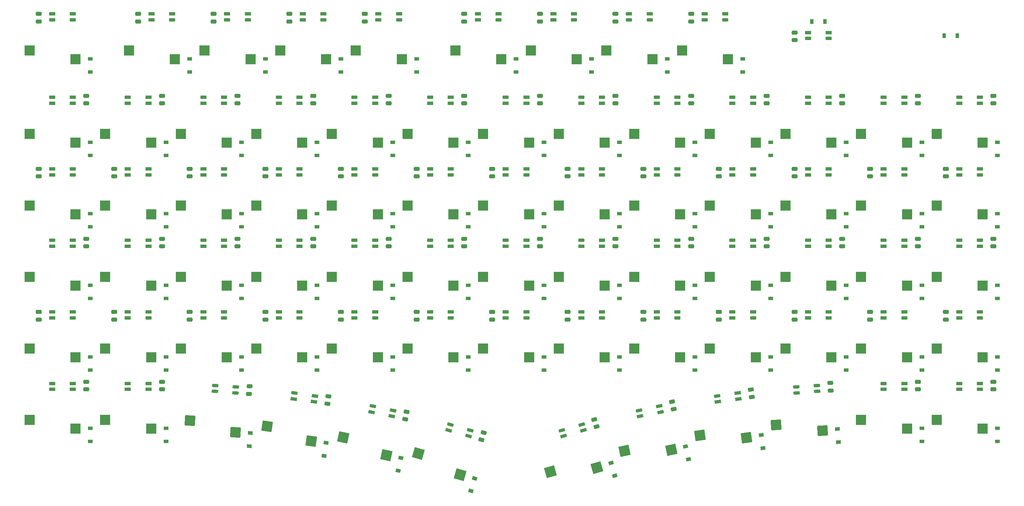
<source format=gbr>
%TF.GenerationSoftware,KiCad,Pcbnew,8.0.4*%
%TF.CreationDate,2024-08-04T16:18:39+02:00*%
%TF.ProjectId,eepyboard,65657079-626f-4617-9264-2e6b69636164,1.0*%
%TF.SameCoordinates,Original*%
%TF.FileFunction,Paste,Bot*%
%TF.FilePolarity,Positive*%
%FSLAX46Y46*%
G04 Gerber Fmt 4.6, Leading zero omitted, Abs format (unit mm)*
G04 Created by KiCad (PCBNEW 8.0.4) date 2024-08-04 16:18:39*
%MOMM*%
%LPD*%
G01*
G04 APERTURE LIST*
G04 Aperture macros list*
%AMRoundRect*
0 Rectangle with rounded corners*
0 $1 Rounding radius*
0 $2 $3 $4 $5 $6 $7 $8 $9 X,Y pos of 4 corners*
0 Add a 4 corners polygon primitive as box body*
4,1,4,$2,$3,$4,$5,$6,$7,$8,$9,$2,$3,0*
0 Add four circle primitives for the rounded corners*
1,1,$1+$1,$2,$3*
1,1,$1+$1,$4,$5*
1,1,$1+$1,$6,$7*
1,1,$1+$1,$8,$9*
0 Add four rect primitives between the rounded corners*
20,1,$1+$1,$2,$3,$4,$5,0*
20,1,$1+$1,$4,$5,$6,$7,0*
20,1,$1+$1,$6,$7,$8,$9,0*
20,1,$1+$1,$8,$9,$2,$3,0*%
%AMRotRect*
0 Rectangle, with rotation*
0 The origin of the aperture is its center*
0 $1 length*
0 $2 width*
0 $3 Rotation angle, in degrees counterclockwise*
0 Add horizontal line*
21,1,$1,$2,0,0,$3*%
G04 Aperture macros list end*
%ADD10R,2.600000X2.600000*%
%ADD11R,1.600000X0.820000*%
%ADD12RoundRect,0.205000X-0.595000X-0.205000X0.595000X-0.205000X0.595000X0.205000X-0.595000X0.205000X0*%
%ADD13RoundRect,0.205000X0.595000X0.205000X-0.595000X0.205000X-0.595000X-0.205000X0.595000X-0.205000X0*%
%ADD14RotRect,1.600000X0.820000X188.000000*%
%ADD15RoundRect,0.205000X0.560679X0.285813X-0.617740X0.120197X-0.560679X-0.285813X0.617740X-0.120197X0*%
%ADD16RotRect,1.600000X0.820000X196.000000*%
%ADD17RoundRect,0.205000X0.515445X0.361063X-0.628456X0.033054X-0.515445X-0.361063X0.628456X-0.033054X0*%
%ADD18RotRect,2.600000X2.600000X164.000000*%
%ADD19RotRect,1.600000X0.820000X192.000000*%
%ADD20RoundRect,0.205000X0.539376X0.324228X-0.624620X0.076813X-0.539376X-0.324228X0.624620X-0.076813X0*%
%ADD21RotRect,2.600000X2.600000X172.000000*%
%ADD22RotRect,2.600000X2.600000X192.000000*%
%ADD23RotRect,2.600000X2.600000X168.000000*%
%ADD24RotRect,2.600000X2.600000X196.000000*%
%ADD25RotRect,1.600000X0.820000X176.000000*%
%ADD26RoundRect,0.205000X0.607851X0.162996X-0.579251X0.246006X-0.607851X-0.162996X0.579251X-0.246006X0*%
%ADD27RotRect,1.600000X0.820000X184.000000*%
%ADD28RoundRect,0.205000X0.579251X0.246006X-0.607851X0.162996X-0.579251X-0.246006X0.607851X-0.162996X0*%
%ADD29RotRect,2.600000X2.600000X188.000000*%
%ADD30RotRect,1.600000X0.820000X164.000000*%
%ADD31RoundRect,0.205000X0.628456X0.033054X-0.515445X0.361063X-0.628456X-0.033054X0.515445X-0.361063X0*%
%ADD32RotRect,2.600000X2.600000X184.000000*%
%ADD33RotRect,2.600000X2.600000X176.000000*%
%ADD34RotRect,1.600000X0.820000X168.000000*%
%ADD35RoundRect,0.205000X0.624620X0.076813X-0.539376X0.324228X-0.624620X-0.076813X0.539376X-0.324228X0*%
%ADD36RotRect,1.600000X0.820000X172.000000*%
%ADD37RoundRect,0.205000X0.617740X0.120197X-0.560679X0.285813X-0.617740X-0.120197X0.560679X-0.285813X0*%
%ADD38RoundRect,0.250000X-0.475000X0.250000X-0.475000X-0.250000X0.475000X-0.250000X0.475000X0.250000X0*%
%ADD39RoundRect,0.250000X0.475000X-0.250000X0.475000X0.250000X-0.475000X0.250000X-0.475000X-0.250000X0*%
%ADD40R,1.200000X0.900000*%
%ADD41RoundRect,0.250000X-0.435584X0.313674X-0.505171X-0.181460X0.435584X-0.313674X0.505171X0.181460X0*%
%ADD42RoundRect,0.250000X-0.456404X0.282525X-0.491282X-0.216257X0.456404X-0.282525X0.491282X0.216257X0*%
%ADD43RotRect,0.900000X1.200000X102.000000*%
%ADD44R,0.900000X1.200000*%
%ADD45RoundRect,0.250000X-0.516598X0.145779X-0.412642X-0.343295X0.516598X-0.145779X0.412642X0.343295X0*%
%ADD46RoundRect,0.250000X-0.412642X0.343295X-0.516598X-0.145779X0.412642X-0.343295X0.516598X0.145779X0*%
%ADD47RoundRect,0.250000X-0.387690X0.371243X-0.525509X-0.109388X0.387690X-0.371243X0.525509X0.109388X0*%
%ADD48RotRect,0.900000X1.200000X74.000000*%
%ADD49RotRect,0.900000X1.200000X106.000000*%
%ADD50RotRect,0.900000X1.200000X94.000000*%
%ADD51RotRect,0.900000X1.200000X86.000000*%
%ADD52RotRect,0.900000X1.200000X78.000000*%
%ADD53RoundRect,0.250000X-0.525509X0.109388X-0.387690X-0.371243X0.525509X-0.109388X0.387690X0.371243X0*%
%ADD54RoundRect,0.250000X-0.505171X0.181460X-0.435584X-0.313674X0.505171X-0.181460X0.435584X0.313674X0*%
%ADD55RoundRect,0.250000X-0.491282X0.216257X-0.456404X-0.282525X0.491282X-0.216257X0.456404X0.282525X0*%
%ADD56RotRect,0.900000X1.200000X82.000000*%
%ADD57RotRect,0.900000X1.200000X98.000000*%
G04 APERTURE END LIST*
D10*
%TO.C,S41*%
X274357827Y-101862340D03*
X262807827Y-99662340D03*
%TD*%
D11*
%TO.C,LED15*%
X230482832Y-126462336D03*
X230482832Y-127962336D03*
D12*
X235682832Y-127962336D03*
D11*
X235682832Y-126462336D03*
%TD*%
D10*
%TO.C,S49*%
X312357833Y-119862336D03*
X300807833Y-117662336D03*
%TD*%
D11*
%TO.C,LED43*%
X140682828Y-73962341D03*
X140682828Y-72462341D03*
D13*
X135482828Y-72462341D03*
D11*
X135482828Y-73962341D03*
%TD*%
D10*
%TO.C,S7*%
X122357827Y-137862340D03*
X110807827Y-135662340D03*
%TD*%
D14*
%TO.C,LED71*%
X269993971Y-148374040D03*
X269785211Y-146888638D03*
D15*
X264635817Y-147612338D03*
D14*
X264844577Y-149097740D03*
%TD*%
D10*
%TO.C,S40*%
X274357829Y-119862343D03*
X262807829Y-117662343D03*
%TD*%
%TO.C,S51*%
X312357828Y-83862335D03*
X300807828Y-81662335D03*
%TD*%
D11*
%TO.C,LED13*%
X211482827Y-126462341D03*
X211482827Y-127962341D03*
D12*
X216682827Y-127962341D03*
D11*
X216682827Y-126462341D03*
%TD*%
D10*
%TO.C,S29*%
X217357829Y-101862335D03*
X205807829Y-99662335D03*
%TD*%
%TO.C,S33*%
X236357828Y-101862343D03*
X224807828Y-99662343D03*
%TD*%
%TO.C,S30*%
X217357828Y-83862343D03*
X205807828Y-81662343D03*
%TD*%
D11*
%TO.C,LED4*%
X116482826Y-90462337D03*
X116482826Y-91962337D03*
D12*
X121682826Y-91962337D03*
D11*
X121682826Y-90462337D03*
%TD*%
D10*
%TO.C,S27*%
X217357828Y-137862340D03*
X205807828Y-135662340D03*
%TD*%
%TO.C,S36*%
X255357829Y-119862339D03*
X243807829Y-117662339D03*
%TD*%
D11*
%TO.C,LED1*%
X97482827Y-126462344D03*
X97482827Y-127962344D03*
D12*
X102682827Y-127962344D03*
D11*
X102682827Y-126462344D03*
%TD*%
D10*
%TO.C,S72*%
X248357826Y-62862345D03*
X236807826Y-60662345D03*
%TD*%
D11*
%TO.C,LED31*%
X179482832Y-51462337D03*
X179482832Y-52962337D03*
D12*
X184682832Y-52962337D03*
D11*
X184682832Y-51462337D03*
%TD*%
D16*
%TO.C,LED73*%
X231027002Y-156285886D03*
X230613546Y-154843994D03*
D17*
X225614986Y-156277308D03*
D16*
X226028442Y-157719200D03*
%TD*%
D10*
%TO.C,S45*%
X293357833Y-101862333D03*
X281807833Y-99662333D03*
%TD*%
D11*
%TO.C,LED39*%
X121682832Y-145962345D03*
X121682832Y-144462345D03*
D13*
X116482832Y-144462345D03*
D11*
X116482832Y-145962345D03*
%TD*%
D18*
%TO.C,S60*%
X200057261Y-167421744D03*
X189561090Y-162123357D03*
%TD*%
D11*
%TO.C,LED35*%
X261482827Y-51462345D03*
X261482827Y-52962345D03*
D12*
X266682827Y-52962345D03*
D11*
X266682827Y-51462345D03*
%TD*%
D10*
%TO.C,S50*%
X312357828Y-101862341D03*
X300807828Y-99662341D03*
%TD*%
%TO.C,S35*%
X255357826Y-137862335D03*
X243807826Y-135662335D03*
%TD*%
D11*
%TO.C,LED12*%
X192482827Y-90462342D03*
X192482827Y-91962342D03*
D12*
X197682827Y-91962342D03*
D11*
X197682827Y-90462342D03*
%TD*%
D10*
%TO.C,S68*%
X166357827Y-62862342D03*
X154807827Y-60662342D03*
%TD*%
D19*
%TO.C,LED72*%
X250372345Y-151649587D03*
X250060476Y-150182366D03*
D20*
X244974107Y-151263507D03*
D19*
X245285976Y-152730728D03*
%TD*%
D21*
%TO.C,S58*%
X162611698Y-158995332D03*
X151480283Y-155209293D03*
%TD*%
D10*
%TO.C,S54*%
X331357829Y-119862336D03*
X319807829Y-117662336D03*
%TD*%
D11*
%TO.C,LED59*%
X292682826Y-73962339D03*
X292682826Y-72462339D03*
D13*
X287482826Y-72462339D03*
D11*
X287482826Y-73962339D03*
%TD*%
%TO.C,LED21*%
X287482830Y-126462344D03*
X287482830Y-127962344D03*
D12*
X292682830Y-127962344D03*
D11*
X292682830Y-126462344D03*
%TD*%
%TO.C,LED9*%
X173482828Y-126462339D03*
X173482828Y-127962339D03*
D12*
X178682828Y-127962339D03*
D11*
X178682828Y-126462339D03*
%TD*%
D10*
%TO.C,S47*%
X312357824Y-155862343D03*
X300807824Y-153662343D03*
%TD*%
%TO.C,S22*%
X179357830Y-83862342D03*
X167807830Y-81662342D03*
%TD*%
%TO.C,S37*%
X255357824Y-101862345D03*
X243807824Y-99662345D03*
%TD*%
D11*
%TO.C,LED44*%
X159682830Y-109962339D03*
X159682830Y-108462339D03*
D13*
X154482830Y-108462339D03*
D11*
X154482830Y-109962339D03*
%TD*%
D10*
%TO.C,S42*%
X274357834Y-83862341D03*
X262807834Y-81662341D03*
%TD*%
%TO.C,S20*%
X179357833Y-119862342D03*
X167807833Y-117662342D03*
%TD*%
%TO.C,S16*%
X160357825Y-119862344D03*
X148807825Y-117662344D03*
%TD*%
D11*
%TO.C,LED6*%
X135482824Y-90462341D03*
X135482824Y-91962341D03*
D12*
X140682824Y-91962341D03*
D11*
X140682824Y-90462341D03*
%TD*%
D10*
%TO.C,S48*%
X312357823Y-137862336D03*
X300807823Y-135662336D03*
%TD*%
D11*
%TO.C,LED48*%
X197682825Y-109962341D03*
X197682825Y-108462341D03*
D13*
X192482825Y-108462341D03*
D11*
X192482825Y-109962341D03*
%TD*%
%TO.C,LED45*%
X159682828Y-73962339D03*
X159682828Y-72462339D03*
D13*
X154482828Y-72462339D03*
D11*
X154482828Y-73962339D03*
%TD*%
%TO.C,LED58*%
X292682828Y-109962340D03*
X292682828Y-108462340D03*
D13*
X287482828Y-108462340D03*
D11*
X287482828Y-109962340D03*
%TD*%
D10*
%TO.C,S19*%
X179357826Y-137862340D03*
X167807826Y-135662340D03*
%TD*%
D11*
%TO.C,LED17*%
X249482828Y-126462344D03*
X249482828Y-127962344D03*
D12*
X254682828Y-127962344D03*
D11*
X254682828Y-126462344D03*
%TD*%
D22*
%TO.C,S63*%
X253090918Y-161192896D03*
X241335907Y-161442352D03*
%TD*%
D10*
%TO.C,S2*%
X103357831Y-137862341D03*
X91807831Y-135662341D03*
%TD*%
D11*
%TO.C,LED61*%
X311682829Y-109962339D03*
X311682829Y-108462339D03*
D13*
X306482829Y-108462339D03*
D11*
X306482829Y-109962339D03*
%TD*%
D23*
%TO.C,S59*%
X181481606Y-162554729D03*
X170641407Y-158001424D03*
%TD*%
D10*
%TO.C,S69*%
X185357831Y-62862332D03*
X173807831Y-60662332D03*
%TD*%
%TO.C,S34*%
X236357830Y-83862338D03*
X224807830Y-81662338D03*
%TD*%
D11*
%TO.C,LED28*%
X122482827Y-51462346D03*
X122482827Y-52962346D03*
D12*
X127682827Y-52962346D03*
D11*
X127682827Y-51462346D03*
%TD*%
%TO.C,LED34*%
X242482833Y-51462340D03*
X242482833Y-52962340D03*
D12*
X247682833Y-52962340D03*
D11*
X247682833Y-51462340D03*
%TD*%
%TO.C,LED64*%
X330682827Y-109962340D03*
X330682827Y-108462340D03*
D13*
X325482827Y-108462340D03*
D11*
X325482827Y-109962340D03*
%TD*%
D10*
%TO.C,S55*%
X331357826Y-101862345D03*
X319807826Y-99662345D03*
%TD*%
%TO.C,S56*%
X331357829Y-83862334D03*
X319807829Y-81662334D03*
%TD*%
D11*
%TO.C,LED27*%
X97482829Y-51462339D03*
X97482829Y-52962339D03*
D12*
X102682829Y-52962339D03*
D11*
X102682829Y-51462339D03*
%TD*%
%TO.C,LED11*%
X192482831Y-126462340D03*
X192482831Y-127962340D03*
D12*
X197682831Y-127962340D03*
D11*
X197682831Y-126462340D03*
%TD*%
%TO.C,LED56*%
X273682825Y-109962339D03*
X273682825Y-108462339D03*
D13*
X268482825Y-108462339D03*
D11*
X268482825Y-109962339D03*
%TD*%
%TO.C,LED16*%
X230482828Y-90462341D03*
X230482828Y-91962341D03*
D12*
X235682828Y-91962341D03*
D11*
X235682828Y-90462341D03*
%TD*%
D10*
%TO.C,S24*%
X198357826Y-119862340D03*
X186807826Y-117662340D03*
%TD*%
%TO.C,S9*%
X122357830Y-101862334D03*
X110807830Y-99662334D03*
%TD*%
D11*
%TO.C,LED51*%
X216682828Y-73962338D03*
X216682828Y-72462338D03*
D13*
X211482828Y-72462338D03*
D11*
X211482828Y-73962338D03*
%TD*%
%TO.C,LED57*%
X273682824Y-73962342D03*
X273682824Y-72462342D03*
D13*
X268482824Y-72462342D03*
D11*
X268482824Y-73962342D03*
%TD*%
D10*
%TO.C,S43*%
X293357829Y-137862337D03*
X281807829Y-135662337D03*
%TD*%
%TO.C,S11*%
X141357829Y-137862343D03*
X129807829Y-135662343D03*
%TD*%
D11*
%TO.C,LED65*%
X330682827Y-73962338D03*
X330682827Y-72462338D03*
D13*
X325482827Y-72462338D03*
D11*
X325482827Y-73962338D03*
%TD*%
%TO.C,LED10*%
X173482829Y-90462342D03*
X173482829Y-91962342D03*
D12*
X178682829Y-91962342D03*
D11*
X178682829Y-90462342D03*
%TD*%
D24*
%TO.C,S64*%
X234404664Y-165616322D03*
X222695690Y-166685159D03*
%TD*%
D11*
%TO.C,LED63*%
X330682828Y-145962343D03*
X330682828Y-144462343D03*
D13*
X325482828Y-144462343D03*
D11*
X325482828Y-145962343D03*
%TD*%
%TO.C,LED46*%
X178682828Y-109962340D03*
X178682828Y-108462340D03*
D13*
X173482828Y-108462340D03*
D11*
X173482828Y-109962340D03*
%TD*%
%TO.C,LED41*%
X121682831Y-73962334D03*
X121682831Y-72462334D03*
D13*
X116482831Y-72462334D03*
D11*
X116482831Y-73962334D03*
%TD*%
D25*
%TO.C,LED66*%
X143556700Y-146837944D03*
X143661335Y-145341598D03*
D26*
X138474002Y-144978864D03*
D25*
X138369367Y-146475210D03*
%TD*%
D10*
%TO.C,S5*%
X103357829Y-83862341D03*
X91807829Y-81662341D03*
%TD*%
%TO.C,S38*%
X255357830Y-83862341D03*
X243807830Y-81662341D03*
%TD*%
%TO.C,S44*%
X293357830Y-119862341D03*
X281807830Y-117662341D03*
%TD*%
%TO.C,S73*%
X267357826Y-62862342D03*
X255807826Y-60662342D03*
%TD*%
%TO.C,S3*%
X103357828Y-119862342D03*
X91807828Y-117662342D03*
%TD*%
%TO.C,S23*%
X198357829Y-137862339D03*
X186807829Y-135662339D03*
%TD*%
D11*
%TO.C,LED55*%
X254682825Y-73962338D03*
X254682825Y-72462338D03*
D13*
X249482825Y-72462338D03*
D11*
X249482825Y-73962338D03*
%TD*%
%TO.C,LED5*%
X135482830Y-126462342D03*
X135482830Y-127962342D03*
D12*
X140682830Y-127962342D03*
D11*
X140682830Y-126462342D03*
%TD*%
%TO.C,LED60*%
X311682833Y-145962344D03*
X311682833Y-144462344D03*
D13*
X306482833Y-144462344D03*
D11*
X306482833Y-145962344D03*
%TD*%
D10*
%TO.C,S39*%
X274357824Y-137862339D03*
X262807824Y-135662339D03*
%TD*%
%TO.C,S66*%
X128357826Y-62862341D03*
X116807826Y-60662341D03*
%TD*%
D11*
%TO.C,LED25*%
X325482832Y-126462337D03*
X325482832Y-127962337D03*
D12*
X330682832Y-127962337D03*
D11*
X330682832Y-126462337D03*
%TD*%
%TO.C,LED29*%
X141482829Y-51462345D03*
X141482829Y-52962345D03*
D12*
X146682829Y-52962345D03*
D11*
X146682829Y-51462345D03*
%TD*%
D10*
%TO.C,S71*%
X229357824Y-62862342D03*
X217807824Y-60662342D03*
%TD*%
%TO.C,S31*%
X236357828Y-137862340D03*
X224807828Y-135662340D03*
%TD*%
D11*
%TO.C,LED8*%
X154482825Y-90462340D03*
X154482825Y-91962340D03*
D12*
X159682825Y-91962340D03*
D11*
X159682825Y-90462340D03*
%TD*%
%TO.C,LED26*%
X325482834Y-90462341D03*
X325482834Y-91962341D03*
D12*
X330682834Y-91962341D03*
D11*
X330682834Y-90462341D03*
%TD*%
D10*
%TO.C,S17*%
X160357832Y-101862340D03*
X148807832Y-99662340D03*
%TD*%
D11*
%TO.C,LED50*%
X216682826Y-109962341D03*
X216682826Y-108462341D03*
D13*
X211482826Y-108462341D03*
D11*
X211482826Y-109962341D03*
%TD*%
D10*
%TO.C,S46*%
X293357825Y-83862343D03*
X281807825Y-81662343D03*
%TD*%
D27*
%TO.C,LED70*%
X289796290Y-146475208D03*
X289691655Y-144978862D03*
D28*
X284504322Y-145341596D03*
D27*
X284608957Y-146837942D03*
%TD*%
D11*
%TO.C,LED2*%
X97482831Y-90462338D03*
X97482831Y-91962338D03*
D12*
X102682831Y-91962338D03*
D11*
X102682831Y-90462338D03*
%TD*%
D10*
%TO.C,S70*%
X210357827Y-62862345D03*
X198807827Y-60662345D03*
%TD*%
D11*
%TO.C,LED49*%
X197682826Y-73962342D03*
X197682826Y-72462342D03*
D13*
X192482826Y-72462342D03*
D11*
X192482826Y-73962342D03*
%TD*%
%TO.C,LED3*%
X116482824Y-126462339D03*
X116482824Y-127962339D03*
D12*
X121682824Y-127962339D03*
D11*
X121682824Y-126462339D03*
%TD*%
D29*
%TO.C,S62*%
X272040216Y-158083750D03*
X260296439Y-157512610D03*
%TD*%
D11*
%TO.C,LED14*%
X211482830Y-90462340D03*
X211482830Y-91962340D03*
D12*
X216682830Y-91962340D03*
D11*
X216682830Y-90462340D03*
%TD*%
%TO.C,LED32*%
X204482830Y-51462343D03*
X204482830Y-52962343D03*
D12*
X209682830Y-52962343D03*
D11*
X209682830Y-51462343D03*
%TD*%
D10*
%TO.C,S13*%
X141357825Y-101862341D03*
X129807825Y-99662341D03*
%TD*%
D11*
%TO.C,LED38*%
X102682829Y-73962342D03*
X102682829Y-72462342D03*
D13*
X97482829Y-72462342D03*
D11*
X97482829Y-73962342D03*
%TD*%
D10*
%TO.C,S4*%
X103357835Y-101862341D03*
X91807835Y-99662341D03*
%TD*%
D11*
%TO.C,LED37*%
X102682828Y-109962336D03*
X102682828Y-108462336D03*
D13*
X97482828Y-108462336D03*
D11*
X97482828Y-109962336D03*
%TD*%
%TO.C,LED20*%
X268482832Y-90462342D03*
X268482832Y-91962342D03*
D12*
X273682832Y-91962342D03*
D11*
X273682832Y-90462342D03*
%TD*%
D10*
%TO.C,S52*%
X331357832Y-155862342D03*
X319807832Y-153662342D03*
%TD*%
D11*
%TO.C,LED30*%
X160482827Y-51462340D03*
X160482827Y-52962340D03*
D12*
X165682827Y-52962340D03*
D11*
X165682827Y-51462340D03*
%TD*%
%TO.C,LED23*%
X306482831Y-126462340D03*
X306482831Y-127962340D03*
D12*
X311682831Y-127962340D03*
D11*
X311682831Y-126462340D03*
%TD*%
%TO.C,LED54*%
X254682829Y-109962336D03*
X254682829Y-108462336D03*
D13*
X249482829Y-108462336D03*
D11*
X249482829Y-109962336D03*
%TD*%
%TO.C,LED42*%
X140682833Y-109962341D03*
X140682833Y-108462341D03*
D13*
X135482833Y-108462341D03*
D11*
X135482833Y-109962341D03*
%TD*%
D10*
%TO.C,S53*%
X331357823Y-137862341D03*
X319807823Y-135662341D03*
%TD*%
D11*
%TO.C,LED22*%
X287482832Y-90462341D03*
X287482832Y-91962341D03*
D12*
X292682832Y-91962341D03*
D11*
X292682832Y-90462341D03*
%TD*%
D30*
%TO.C,LED69*%
X202137211Y-157719193D03*
X202550667Y-156277301D03*
D31*
X197552107Y-154843987D03*
D30*
X197138651Y-156285879D03*
%TD*%
D11*
%TO.C,LED7*%
X154482828Y-126462340D03*
X154482828Y-127962340D03*
D12*
X159682828Y-127962340D03*
D11*
X159682828Y-126462340D03*
%TD*%
%TO.C,LED36*%
X102682837Y-145962338D03*
X102682837Y-144462338D03*
D13*
X97482837Y-144462338D03*
D11*
X97482837Y-145962338D03*
%TD*%
D10*
%TO.C,S15*%
X160357831Y-137862341D03*
X148807831Y-135662341D03*
%TD*%
D11*
%TO.C,LED53*%
X235682827Y-73962344D03*
X235682827Y-72462344D03*
D13*
X230482827Y-72462344D03*
D11*
X230482827Y-73962344D03*
%TD*%
D32*
%TO.C,S61*%
X291160235Y-156304004D03*
X279484906Y-154915050D03*
%TD*%
D10*
%TO.C,S28*%
X217357827Y-119862342D03*
X205807827Y-117662342D03*
%TD*%
D11*
%TO.C,LED47*%
X178682829Y-73962332D03*
X178682829Y-72462332D03*
D13*
X173482829Y-72462332D03*
D11*
X173482829Y-73962332D03*
%TD*%
D10*
%TO.C,S67*%
X147357828Y-62862341D03*
X135807828Y-60662341D03*
%TD*%
D11*
%TO.C,LED74*%
X287482830Y-56162336D03*
X287482830Y-57662336D03*
D12*
X292682830Y-57662336D03*
D11*
X292682830Y-56162336D03*
%TD*%
D10*
%TO.C,S1*%
X103357826Y-155862335D03*
X91807826Y-153662335D03*
%TD*%
%TO.C,S18*%
X160357828Y-83862342D03*
X148807828Y-81662342D03*
%TD*%
%TO.C,S21*%
X179357829Y-101862337D03*
X167807829Y-99662337D03*
%TD*%
D11*
%TO.C,LED62*%
X311682822Y-73962342D03*
X311682822Y-72462342D03*
D13*
X306482822Y-72462342D03*
D11*
X306482822Y-73962342D03*
%TD*%
%TO.C,LED24*%
X306482831Y-90462335D03*
X306482831Y-91962335D03*
D12*
X311682831Y-91962335D03*
D11*
X311682831Y-90462335D03*
%TD*%
D10*
%TO.C,S14*%
X141357830Y-83862338D03*
X129807830Y-81662338D03*
%TD*%
D11*
%TO.C,LED18*%
X249482828Y-90462344D03*
X249482828Y-91962344D03*
D12*
X254682828Y-91962344D03*
D11*
X254682828Y-90462344D03*
%TD*%
D33*
%TO.C,S57*%
X143539461Y-156760912D03*
X132171061Y-153760583D03*
%TD*%
D11*
%TO.C,LED52*%
X235682828Y-109962334D03*
X235682828Y-108462334D03*
D13*
X230482828Y-108462334D03*
D11*
X230482828Y-109962334D03*
%TD*%
D10*
%TO.C,S8*%
X122357824Y-119862348D03*
X110807824Y-117662348D03*
%TD*%
%TO.C,S25*%
X198357828Y-101862339D03*
X186807828Y-99662339D03*
%TD*%
%TO.C,S6*%
X122357823Y-155862337D03*
X110807823Y-153662337D03*
%TD*%
%TO.C,S10*%
X122357828Y-83862338D03*
X110807828Y-81662338D03*
%TD*%
D11*
%TO.C,LED40*%
X121682836Y-109962342D03*
X121682836Y-108462342D03*
D13*
X116482836Y-108462342D03*
D11*
X116482836Y-109962342D03*
%TD*%
D10*
%TO.C,S32*%
X236357829Y-119862342D03*
X224807829Y-117662342D03*
%TD*%
D34*
%TO.C,LED68*%
X182879678Y-152730721D03*
X183191547Y-151263500D03*
D35*
X178105178Y-150182359D03*
D34*
X177793309Y-151649580D03*
%TD*%
D10*
%TO.C,S65*%
X103357825Y-62862337D03*
X91807825Y-60662337D03*
%TD*%
D11*
%TO.C,LED33*%
X223482826Y-51462344D03*
X223482826Y-52962344D03*
D12*
X228682826Y-52962344D03*
D11*
X228682826Y-51462344D03*
%TD*%
D10*
%TO.C,S12*%
X141357829Y-119862339D03*
X129807829Y-117662339D03*
%TD*%
D11*
%TO.C,LED19*%
X268482830Y-126462344D03*
X268482830Y-127962344D03*
D12*
X273682830Y-127962344D03*
D11*
X273682830Y-126462344D03*
%TD*%
D36*
%TO.C,LED67*%
X163321077Y-149097737D03*
X163529837Y-147612335D03*
D37*
X158380443Y-146888635D03*
D36*
X158171683Y-148374037D03*
%TD*%
D10*
%TO.C,S26*%
X198357829Y-83862341D03*
X186807829Y-81662341D03*
%TD*%
D38*
%TO.C,C58*%
X296082829Y-108062341D03*
X296082825Y-109962345D03*
%TD*%
D39*
%TO.C,C14*%
X208082824Y-92362342D03*
X208082828Y-90462338D03*
%TD*%
D38*
%TO.C,C55*%
X258082831Y-72062340D03*
X258082827Y-73962344D03*
%TD*%
D40*
%TO.C,D25*%
X202082826Y-105062341D03*
X202082826Y-101762341D03*
%TD*%
D39*
%TO.C,C15*%
X227082828Y-128362348D03*
X227082832Y-126462344D03*
%TD*%
D40*
%TO.C,D31*%
X240082826Y-141062337D03*
X240082826Y-137762337D03*
%TD*%
D39*
%TO.C,C29*%
X138082830Y-53362339D03*
X138082834Y-51462335D03*
%TD*%
D40*
%TO.C,D27*%
X221082828Y-141062338D03*
X221082828Y-137762338D03*
%TD*%
D39*
%TO.C,C12*%
X189082828Y-92362337D03*
X189082832Y-90462333D03*
%TD*%
D40*
%TO.C,D24*%
X202082830Y-123062343D03*
X202082830Y-119762343D03*
%TD*%
%TO.C,D20*%
X183082828Y-123062340D03*
X183082828Y-119762340D03*
%TD*%
D39*
%TO.C,C28*%
X119082828Y-53362343D03*
X119082832Y-51462339D03*
%TD*%
%TO.C,C22*%
X284082826Y-92362345D03*
X284082830Y-90462341D03*
%TD*%
D40*
%TO.C,D11*%
X145082831Y-141062343D03*
X145082831Y-137762343D03*
%TD*%
D41*
%TO.C,C67*%
X166952426Y-147689415D03*
X166687998Y-149570925D03*
%TD*%
D39*
%TO.C,C21*%
X284082830Y-128362342D03*
X284082834Y-126462338D03*
%TD*%
D38*
%TO.C,C45*%
X163082830Y-72062339D03*
X163082826Y-73962343D03*
%TD*%
D40*
%TO.C,D33*%
X240082825Y-105062338D03*
X240082825Y-101762338D03*
%TD*%
D42*
%TO.C,C66*%
X147080958Y-145179736D03*
X146948416Y-147075112D03*
%TD*%
D40*
%TO.C,D14*%
X145082830Y-87062345D03*
X145082830Y-83762345D03*
%TD*%
D39*
%TO.C,C9*%
X170082829Y-128362340D03*
X170082833Y-126462336D03*
%TD*%
D38*
%TO.C,C46*%
X182082836Y-108062340D03*
X182082832Y-109962344D03*
%TD*%
D40*
%TO.C,D19*%
X183082827Y-141062338D03*
X183082827Y-137762338D03*
%TD*%
%TO.C,D1*%
X107082829Y-159062338D03*
X107082829Y-155762338D03*
%TD*%
D39*
%TO.C,C13*%
X208082827Y-128362346D03*
X208082831Y-126462342D03*
%TD*%
%TO.C,C17*%
X246082823Y-128362340D03*
X246082827Y-126462336D03*
%TD*%
D38*
%TO.C,C37*%
X106082835Y-108062339D03*
X106082831Y-109962343D03*
%TD*%
D43*
%TO.C,D63*%
X257399838Y-163548507D03*
X256713730Y-160320619D03*
%TD*%
D40*
%TO.C,D45*%
X297082827Y-105062344D03*
X297082827Y-101762344D03*
%TD*%
D38*
%TO.C,C56*%
X277082832Y-108062341D03*
X277082828Y-109962345D03*
%TD*%
D40*
%TO.C,D6*%
X126082827Y-159062337D03*
X126082827Y-155762337D03*
%TD*%
%TO.C,D65*%
X107082825Y-66062344D03*
X107082825Y-62762344D03*
%TD*%
D44*
%TO.C,D74*%
X321682831Y-56912339D03*
X324982831Y-56912339D03*
%TD*%
D39*
%TO.C,C4*%
X113082825Y-92362344D03*
X113082829Y-90462340D03*
%TD*%
D45*
%TO.C,C72*%
X253303019Y-149084200D03*
X253698051Y-150942680D03*
%TD*%
D40*
%TO.C,D52*%
X335082832Y-159062342D03*
X335082832Y-155762342D03*
%TD*%
%TO.C,D50*%
X316082829Y-105062343D03*
X316082829Y-101762343D03*
%TD*%
%TO.C,D28*%
X221082825Y-123062342D03*
X221082825Y-119762342D03*
%TD*%
D39*
%TO.C,C16*%
X227082825Y-92362341D03*
X227082829Y-90462337D03*
%TD*%
D40*
%TO.C,D71*%
X233082829Y-66062338D03*
X233082829Y-62762338D03*
%TD*%
D44*
%TO.C,D75*%
X288432832Y-53412338D03*
X291732832Y-53412338D03*
%TD*%
D40*
%TO.C,D66*%
X132082830Y-66062342D03*
X132082830Y-62762342D03*
%TD*%
D38*
%TO.C,C64*%
X334082830Y-108062336D03*
X334082826Y-109962340D03*
%TD*%
%TO.C,C50*%
X220082834Y-108062339D03*
X220082830Y-109962343D03*
%TD*%
D39*
%TO.C,C27*%
X94082825Y-53362343D03*
X94082829Y-51462339D03*
%TD*%
D38*
%TO.C,C52*%
X239082831Y-108062340D03*
X239082827Y-109962344D03*
%TD*%
D39*
%TO.C,C7*%
X151082826Y-128362343D03*
X151082830Y-126462339D03*
%TD*%
D40*
%TO.C,D46*%
X297082829Y-87062340D03*
X297082829Y-83762340D03*
%TD*%
%TO.C,D68*%
X170082827Y-66062341D03*
X170082827Y-62762341D03*
%TD*%
D46*
%TO.C,C68*%
X186600415Y-151579143D03*
X186205383Y-153437623D03*
%TD*%
D39*
%TO.C,C20*%
X265082822Y-92362344D03*
X265082826Y-90462340D03*
%TD*%
D40*
%TO.C,D18*%
X164082827Y-87062343D03*
X164082827Y-83762343D03*
%TD*%
%TO.C,D7*%
X126082828Y-141062338D03*
X126082828Y-137762338D03*
%TD*%
%TO.C,D67*%
X151082822Y-66062341D03*
X151082822Y-62762341D03*
%TD*%
D38*
%TO.C,C36*%
X106082827Y-144062337D03*
X106082823Y-145962341D03*
%TD*%
%TO.C,C39*%
X125082833Y-144062340D03*
X125082829Y-145962344D03*
%TD*%
D47*
%TO.C,C69*%
X205929210Y-156829969D03*
X205405500Y-158656367D03*
%TD*%
D40*
%TO.C,D41*%
X278082827Y-105062343D03*
X278082827Y-101762343D03*
%TD*%
%TO.C,D17*%
X164082831Y-105062341D03*
X164082831Y-101762341D03*
%TD*%
%TO.C,D55*%
X335082827Y-105062339D03*
X335082827Y-101762339D03*
%TD*%
D48*
%TO.C,D60*%
X202755915Y-171524535D03*
X203665519Y-168352371D03*
%TD*%
D39*
%TO.C,C19*%
X265082825Y-128362343D03*
X265082829Y-126462339D03*
%TD*%
%TO.C,C26*%
X322082831Y-92362344D03*
X322082835Y-90462340D03*
%TD*%
%TO.C,C10*%
X170082828Y-92362342D03*
X170082832Y-90462338D03*
%TD*%
D38*
%TO.C,C65*%
X334082829Y-72062338D03*
X334082825Y-73962342D03*
%TD*%
D40*
%TO.C,D8*%
X126082828Y-123062343D03*
X126082828Y-119762343D03*
%TD*%
D39*
%TO.C,C32*%
X201082824Y-53362344D03*
X201082828Y-51462340D03*
%TD*%
D40*
%TO.C,D44*%
X297082831Y-123062341D03*
X297082831Y-119762341D03*
%TD*%
D49*
%TO.C,D64*%
X238867404Y-167665606D03*
X237957800Y-164493442D03*
%TD*%
D40*
%TO.C,D56*%
X335082823Y-87062343D03*
X335082823Y-83762343D03*
%TD*%
D50*
%TO.C,D61*%
X295099377Y-159236366D03*
X294869181Y-155944404D03*
%TD*%
D38*
%TO.C,C47*%
X182082830Y-72062340D03*
X182082826Y-73962344D03*
%TD*%
D40*
%TO.C,D72*%
X252082825Y-66062341D03*
X252082825Y-62762341D03*
%TD*%
D38*
%TO.C,C49*%
X201082826Y-72062341D03*
X201082822Y-73962345D03*
%TD*%
D40*
%TO.C,D49*%
X316082831Y-123062344D03*
X316082831Y-119762344D03*
%TD*%
%TO.C,D22*%
X183082831Y-87062339D03*
X183082831Y-83762339D03*
%TD*%
%TO.C,D48*%
X316082828Y-141062342D03*
X316082828Y-137762342D03*
%TD*%
%TO.C,D42*%
X278082829Y-87062338D03*
X278082829Y-83762338D03*
%TD*%
D38*
%TO.C,C44*%
X163082831Y-108062341D03*
X163082827Y-109962345D03*
%TD*%
D39*
%TO.C,C34*%
X239082825Y-53362348D03*
X239082829Y-51462344D03*
%TD*%
D38*
%TO.C,C57*%
X277082834Y-72062342D03*
X277082830Y-73962346D03*
%TD*%
D39*
%TO.C,C8*%
X151082827Y-92362340D03*
X151082831Y-90462336D03*
%TD*%
%TO.C,C25*%
X322082834Y-128362343D03*
X322082838Y-126462339D03*
%TD*%
D38*
%TO.C,C38*%
X106082831Y-72062338D03*
X106082827Y-73962342D03*
%TD*%
D39*
%TO.C,C31*%
X176082823Y-53362342D03*
X176082827Y-51462338D03*
%TD*%
D40*
%TO.C,D34*%
X240082832Y-87062336D03*
X240082832Y-83762336D03*
%TD*%
%TO.C,D47*%
X316082828Y-159062338D03*
X316082828Y-155762338D03*
%TD*%
D51*
%TO.C,D57*%
X147032170Y-160212951D03*
X147262366Y-156920989D03*
%TD*%
D39*
%TO.C,C23*%
X303082830Y-128362348D03*
X303082834Y-126462344D03*
%TD*%
D40*
%TO.C,D2*%
X107082829Y-141062343D03*
X107082829Y-137762343D03*
%TD*%
D38*
%TO.C,C63*%
X334082826Y-144062340D03*
X334082822Y-145962344D03*
%TD*%
D52*
%TO.C,D59*%
X184459891Y-166459267D03*
X185145999Y-163231379D03*
%TD*%
D39*
%TO.C,C11*%
X189082823Y-128362343D03*
X189082827Y-126462339D03*
%TD*%
%TO.C,C6*%
X132082828Y-92362346D03*
X132082832Y-90462342D03*
%TD*%
D53*
%TO.C,C73*%
X233771582Y-153522323D03*
X234295292Y-155348721D03*
%TD*%
D40*
%TO.C,D30*%
X221082829Y-87062339D03*
X221082829Y-83762339D03*
%TD*%
%TO.C,D36*%
X259082834Y-123062341D03*
X259082834Y-119762341D03*
%TD*%
D54*
%TO.C,C71*%
X273096455Y-146019341D03*
X273360883Y-147900851D03*
%TD*%
D40*
%TO.C,D16*%
X164082827Y-123062339D03*
X164082827Y-119762339D03*
%TD*%
D39*
%TO.C,C18*%
X246082822Y-92362345D03*
X246082826Y-90462341D03*
%TD*%
D40*
%TO.C,D4*%
X107082830Y-105062339D03*
X107082830Y-101762339D03*
%TD*%
%TO.C,D23*%
X202082824Y-141062338D03*
X202082824Y-137762338D03*
%TD*%
%TO.C,D26*%
X202082829Y-87062343D03*
X202082829Y-83762343D03*
%TD*%
%TO.C,D13*%
X145082828Y-105062342D03*
X145082828Y-101762342D03*
%TD*%
%TO.C,D69*%
X189082831Y-66062345D03*
X189082831Y-62762345D03*
%TD*%
D39*
%TO.C,C2*%
X94082825Y-92362346D03*
X94082829Y-90462342D03*
%TD*%
D38*
%TO.C,C59*%
X296082834Y-72062339D03*
X296082830Y-73962343D03*
%TD*%
%TO.C,C42*%
X144082831Y-108062340D03*
X144082827Y-109962344D03*
%TD*%
%TO.C,C54*%
X258082833Y-108062332D03*
X258082829Y-109962336D03*
%TD*%
D40*
%TO.C,D21*%
X183082822Y-105062340D03*
X183082822Y-101762340D03*
%TD*%
%TO.C,D38*%
X259082828Y-87062336D03*
X259082828Y-83762336D03*
%TD*%
D55*
%TO.C,C70*%
X293055473Y-144342659D03*
X293188011Y-146238037D03*
%TD*%
D40*
%TO.C,D29*%
X221082832Y-105062337D03*
X221082832Y-101762337D03*
%TD*%
D38*
%TO.C,C51*%
X220082832Y-72062338D03*
X220082828Y-73962342D03*
%TD*%
D40*
%TO.C,D51*%
X316082828Y-87062345D03*
X316082828Y-83762345D03*
%TD*%
D39*
%TO.C,C5*%
X132082827Y-128362346D03*
X132082831Y-126462342D03*
%TD*%
%TO.C,C1*%
X94082828Y-128362340D03*
X94082832Y-126462336D03*
%TD*%
D38*
%TO.C,C48*%
X201082834Y-108062340D03*
X201082830Y-109962344D03*
%TD*%
%TO.C,C43*%
X144082829Y-72062337D03*
X144082825Y-73962341D03*
%TD*%
D40*
%TO.C,D10*%
X126082833Y-87062341D03*
X126082833Y-83762341D03*
%TD*%
%TO.C,D54*%
X335082825Y-123062339D03*
X335082825Y-119762339D03*
%TD*%
%TO.C,D32*%
X240082829Y-123062345D03*
X240082829Y-119762345D03*
%TD*%
%TO.C,D9*%
X126082832Y-105062343D03*
X126082832Y-101762343D03*
%TD*%
D56*
%TO.C,D58*%
X165855091Y-162682606D03*
X166314363Y-159414722D03*
%TD*%
D40*
%TO.C,D43*%
X297082831Y-141062340D03*
X297082831Y-137762340D03*
%TD*%
D38*
%TO.C,C60*%
X315082830Y-144062345D03*
X315082826Y-145962349D03*
%TD*%
%TO.C,C53*%
X239082829Y-72062342D03*
X239082825Y-73962346D03*
%TD*%
%TO.C,C62*%
X315082831Y-72062336D03*
X315082827Y-73962340D03*
%TD*%
D40*
%TO.C,D39*%
X278082826Y-141062340D03*
X278082826Y-137762340D03*
%TD*%
%TO.C,D3*%
X107082825Y-123062339D03*
X107082825Y-119762339D03*
%TD*%
D38*
%TO.C,C40*%
X125082831Y-108062338D03*
X125082827Y-109962342D03*
%TD*%
D40*
%TO.C,D53*%
X335082829Y-141062343D03*
X335082829Y-137762343D03*
%TD*%
D38*
%TO.C,C61*%
X315082829Y-108062341D03*
X315082825Y-109962345D03*
%TD*%
D39*
%TO.C,C3*%
X113082825Y-128362340D03*
X113082829Y-126462336D03*
%TD*%
%TO.C,C30*%
X157082823Y-53362342D03*
X157082827Y-51462338D03*
%TD*%
D40*
%TO.C,D12*%
X145082828Y-123062343D03*
X145082828Y-119762343D03*
%TD*%
D39*
%TO.C,C24*%
X303082830Y-92362344D03*
X303082834Y-90462340D03*
%TD*%
D40*
%TO.C,D15*%
X164082827Y-141062339D03*
X164082827Y-137762339D03*
%TD*%
%TO.C,D73*%
X271082827Y-66062335D03*
X271082827Y-62762335D03*
%TD*%
D57*
%TO.C,D62*%
X276174319Y-160734186D03*
X275715047Y-157466302D03*
%TD*%
D40*
%TO.C,D37*%
X259082824Y-105062341D03*
X259082824Y-101762341D03*
%TD*%
%TO.C,D40*%
X278082827Y-123062340D03*
X278082827Y-119762340D03*
%TD*%
D38*
%TO.C,C41*%
X125082829Y-72062334D03*
X125082825Y-73962338D03*
%TD*%
D39*
%TO.C,C35*%
X258082826Y-53362346D03*
X258082830Y-51462342D03*
%TD*%
D40*
%TO.C,D5*%
X107082826Y-87062341D03*
X107082826Y-83762341D03*
%TD*%
%TO.C,D70*%
X214082827Y-66062337D03*
X214082827Y-62762337D03*
%TD*%
D39*
%TO.C,C33*%
X220082828Y-53362341D03*
X220082832Y-51462337D03*
%TD*%
%TO.C,C74*%
X284082829Y-58062338D03*
X284082833Y-56162334D03*
%TD*%
D40*
%TO.C,D35*%
X259082823Y-141062338D03*
X259082823Y-137762338D03*
%TD*%
M02*

</source>
